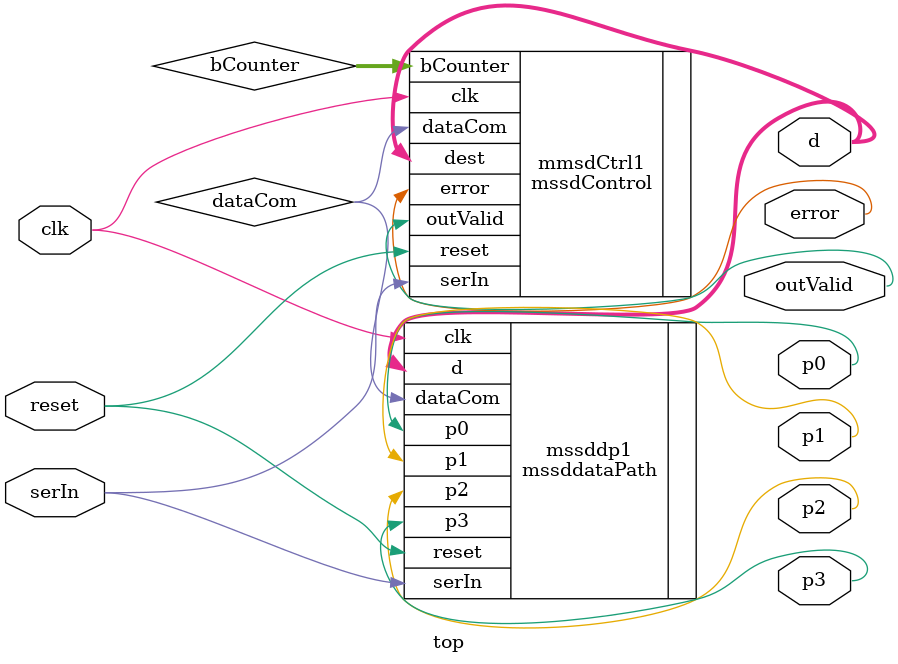
<source format=v>
`timescale 1ns / 1ps


module top (
    input clk,              //Clock
    input reset,            //Reset
    input serIn,            //Serial Input
    output error,           //Error Flag
    output outValid,        //OutValid Flag
    output [0:1] d,         //2-bit destination
    output p0,              // Port 0
    output p1,              //Port 1
    output p2,              //Port 2
    output p3               //Port 3
);

//intermediates
wire [0:3] bCounter; // Byte Counter 

//Instantiation of the Datapath Module for the MSSD
    mssddataPath mssddp1(
        .clk(clk),
        .reset(reset),
        .serIn(serIn),
        .d(d),
        .dataCom(dataCom),
        .p0(p0),
        .p1(p1),
        .p2(p2),
        .p3(p3));
        
//Instantiation of the Control Module for the MSSD         
     mssdControl mmsdCtrl1 (
        .clk(clk),
        .reset(reset),
        .serIn(serIn),
        .error(error),
        .dest(d),
        .bCounter(bCounter),
        .dataCom(dataCom),
        .outValid(outValid));
        
endmodule
</source>
